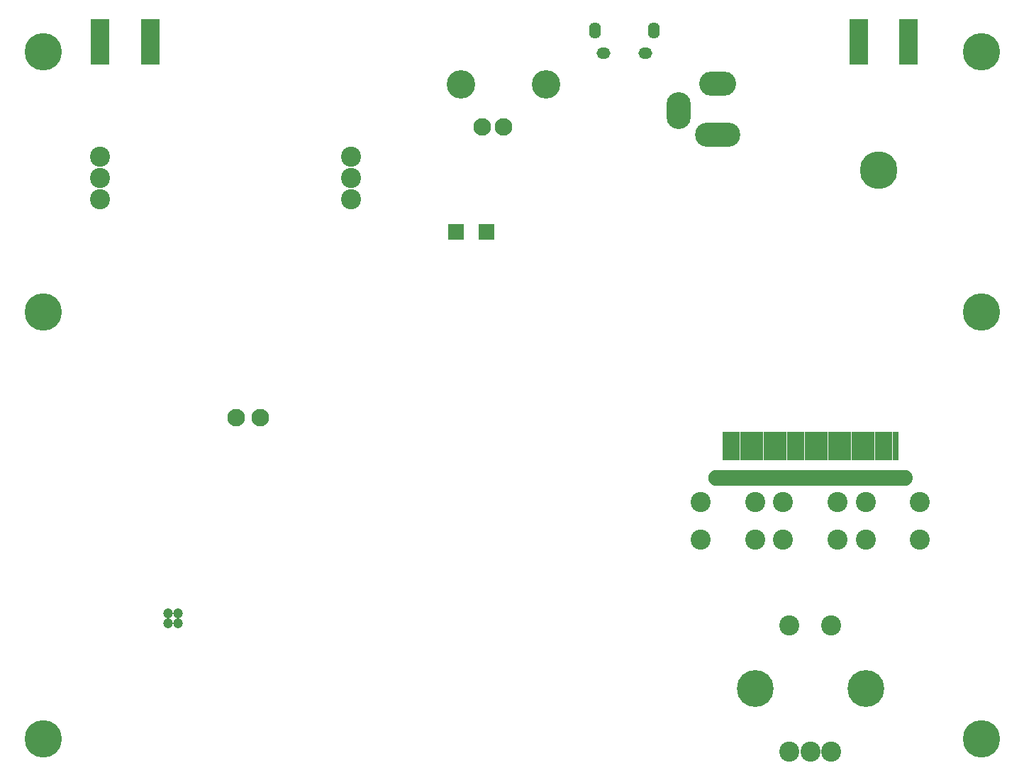
<source format=gbs>
G04 #@! TF.FileFunction,Soldermask,Bot*
%FSLAX46Y46*%
G04 Gerber Fmt 4.6, Leading zero omitted, Abs format (unit mm)*
G04 Created by KiCad (PCBNEW 0.201512080931+6353~38~ubuntu14.04.1-stable) date Mon 28 Dec 2015 06:39:03 PM PST*
%MOMM*%
G01*
G04 APERTURE LIST*
%ADD10C,0.100000*%
%ADD11C,4.464000*%
%ADD12R,2.200000X5.480000*%
%ADD13C,0.700000*%
%ADD14O,4.400000X2.900000*%
%ADD15O,5.400000X2.900000*%
%ADD16O,2.900000X4.400000*%
%ADD17C,2.400000*%
%ADD18R,1.901140X1.901140*%
%ADD19C,4.400000*%
%ADD20C,4.500000*%
%ADD21C,3.399740*%
%ADD22C,2.100000*%
%ADD23R,0.800000X3.400000*%
%ADD24O,24.400000X1.900000*%
%ADD25O,1.650000X1.350000*%
%ADD26O,1.400000X1.950000*%
%ADD27C,1.200000*%
G04 APERTURE END LIST*
D10*
D11*
X84000000Y-85000000D03*
X196000000Y-85000000D03*
X84000000Y-136000000D03*
X196000000Y-136000000D03*
X196000000Y-54000000D03*
X84000000Y-54000000D03*
D12*
X181350000Y-52750000D03*
D13*
X181350000Y-50710000D03*
X181350000Y-54710000D03*
X181850000Y-53710000D03*
X180850000Y-53710000D03*
X181350000Y-52710000D03*
X181850000Y-51710000D03*
X180850000Y-51710000D03*
X187350000Y-50710000D03*
X187350000Y-54710000D03*
X187850000Y-53710000D03*
X186850000Y-53710000D03*
X187350000Y-52710000D03*
X187850000Y-51710000D03*
X186850000Y-51710000D03*
D12*
X187350000Y-52750000D03*
D14*
X164500000Y-57800000D03*
D15*
X164500000Y-63900000D03*
D16*
X159900000Y-61000000D03*
D12*
X90800000Y-52740000D03*
D13*
X90800000Y-50700000D03*
X90800000Y-54700000D03*
X91300000Y-53700000D03*
X90300000Y-53700000D03*
X90800000Y-52700000D03*
X91300000Y-51700000D03*
X90300000Y-51700000D03*
X96800000Y-50700000D03*
X96800000Y-54700000D03*
X97300000Y-53700000D03*
X96300000Y-53700000D03*
X96800000Y-52700000D03*
X97300000Y-51700000D03*
X96300000Y-51700000D03*
D12*
X96800000Y-52740000D03*
D17*
X90800000Y-69050000D03*
X120800000Y-69050000D03*
X90800000Y-66510000D03*
X90800000Y-71590000D03*
X120800000Y-66510000D03*
X120800000Y-71590000D03*
D18*
X133300000Y-75450000D03*
X136900000Y-75450000D03*
D17*
X173100000Y-137500000D03*
X175600000Y-137500000D03*
X178100000Y-137500000D03*
X178100000Y-122500000D03*
X173100000Y-122500000D03*
D19*
X182200000Y-130000000D03*
X169000000Y-130000000D03*
D20*
X183735000Y-68145000D03*
D17*
X188700000Y-112250000D03*
X182200000Y-112250000D03*
X188700000Y-107750000D03*
X182200000Y-107750000D03*
X178850000Y-112250000D03*
X172350000Y-112250000D03*
X178850000Y-107750000D03*
X172350000Y-107750000D03*
X169000000Y-112250000D03*
X162500000Y-112250000D03*
X169000000Y-107750000D03*
X162500000Y-107750000D03*
D21*
X133890000Y-57868920D03*
X144050000Y-57868920D03*
D22*
X138970000Y-62948920D03*
X136430000Y-62948920D03*
D23*
X165450000Y-101000000D03*
X166150000Y-101000000D03*
X166850000Y-101000000D03*
X167550000Y-101000000D03*
X168250000Y-101000000D03*
X168950000Y-101000000D03*
X169650000Y-101000000D03*
X170350000Y-101000000D03*
X171050000Y-101000000D03*
X171750000Y-101000000D03*
X172450000Y-101000000D03*
X173150000Y-101000000D03*
X173850000Y-101000000D03*
X174550000Y-101000000D03*
X175250000Y-101000000D03*
X175950000Y-101000000D03*
X176650000Y-101000000D03*
X177350000Y-101000000D03*
X178050000Y-101000000D03*
X178750000Y-101000000D03*
X179450000Y-101000000D03*
X180150000Y-101000000D03*
X180850000Y-101000000D03*
X181550000Y-101000000D03*
X182250000Y-101000000D03*
X182950000Y-101000000D03*
X183650000Y-101000000D03*
X184350000Y-101000000D03*
X185050000Y-101000000D03*
X185750000Y-101000000D03*
D24*
X175600000Y-104810000D03*
D22*
X107050000Y-97650000D03*
X109950000Y-97650000D03*
D25*
X150900000Y-54150000D03*
X155900000Y-54150000D03*
D26*
X149900000Y-51450000D03*
X156900000Y-51450000D03*
D27*
X98900000Y-121035000D03*
X98900000Y-122235000D03*
X100100000Y-122235000D03*
X100100000Y-121035000D03*
M02*

</source>
